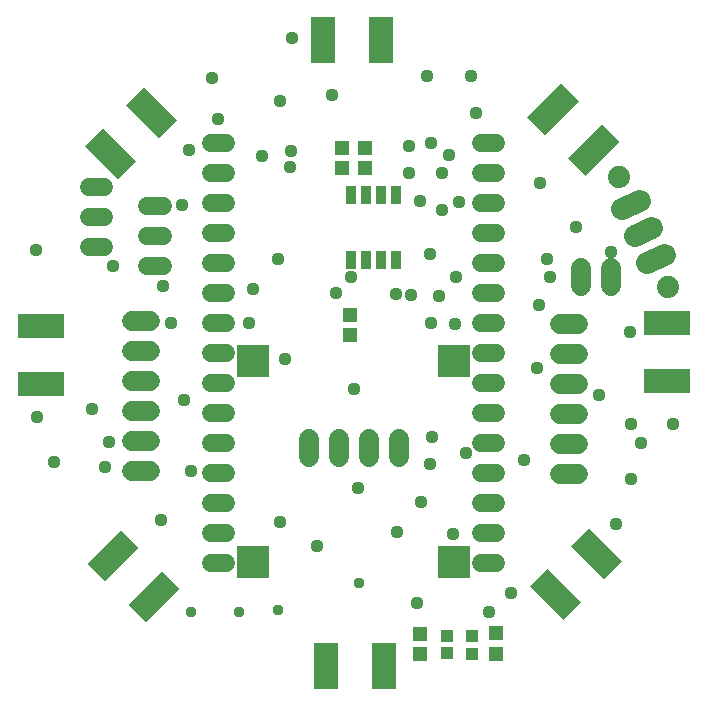
<source format=gts>
G75*
%MOIN*%
%OFA0B0*%
%FSLAX25Y25*%
%IPPOS*%
%LPD*%
%AMOC8*
5,1,8,0,0,1.08239X$1,22.5*
%
%ADD10C,0.06000*%
%ADD11C,0.06800*%
%ADD12R,0.08400X0.15800*%
%ADD13R,0.15800X0.08400*%
%ADD14C,0.05950*%
%ADD15R,0.10800X0.10800*%
%ADD16R,0.03556X0.05918*%
%ADD17R,0.05131X0.04737*%
%ADD18R,0.04737X0.05131*%
%ADD19R,0.03950X0.03950*%
%ADD20C,0.07296*%
%ADD21C,0.07400*%
%ADD22C,0.04400*%
%ADD23C,0.03778*%
D10*
X0052269Y0150482D02*
X0057469Y0150482D01*
X0057469Y0160482D02*
X0052269Y0160482D01*
X0052269Y0170482D02*
X0057469Y0170482D01*
X0038047Y0166645D02*
X0032847Y0166645D01*
X0032847Y0176645D02*
X0038047Y0176645D01*
X0038047Y0156645D02*
X0032847Y0156645D01*
D11*
X0047073Y0132177D02*
X0053073Y0132177D01*
X0053073Y0122177D02*
X0047073Y0122177D01*
X0047073Y0112177D02*
X0053073Y0112177D01*
X0053103Y0102085D02*
X0047103Y0102085D01*
X0047103Y0092085D02*
X0053103Y0092085D01*
X0053103Y0082085D02*
X0047103Y0082085D01*
X0106073Y0086794D02*
X0106073Y0092794D01*
X0116073Y0092794D02*
X0116073Y0086794D01*
X0126073Y0086794D02*
X0126073Y0092794D01*
X0136073Y0092794D02*
X0136073Y0086794D01*
X0189803Y0091235D02*
X0195803Y0091235D01*
X0195803Y0081235D02*
X0189803Y0081235D01*
X0189803Y0101235D02*
X0195803Y0101235D01*
X0195753Y0111263D02*
X0189753Y0111263D01*
X0189753Y0121263D02*
X0195753Y0121263D01*
X0195753Y0131263D02*
X0189753Y0131263D01*
X0196859Y0143889D02*
X0196859Y0149889D01*
X0206859Y0149889D02*
X0206859Y0143889D01*
D12*
X0130216Y0225622D03*
X0110916Y0225622D03*
X0111947Y0016965D03*
X0131247Y0016965D03*
D13*
G36*
X0063042Y0042838D02*
X0051871Y0031667D01*
X0045932Y0037606D01*
X0057103Y0048777D01*
X0063042Y0042838D01*
G37*
G36*
X0049395Y0056485D02*
X0038224Y0045314D01*
X0032285Y0051253D01*
X0043456Y0062424D01*
X0049395Y0056485D01*
G37*
X0016731Y0111108D03*
X0016731Y0130408D03*
G36*
X0042673Y0179342D02*
X0031502Y0190513D01*
X0037441Y0196452D01*
X0048612Y0185281D01*
X0042673Y0179342D01*
G37*
G36*
X0056320Y0192990D02*
X0045149Y0204161D01*
X0051088Y0210100D01*
X0062259Y0198929D01*
X0056320Y0192990D01*
G37*
G36*
X0178955Y0200107D02*
X0190126Y0211278D01*
X0196065Y0205339D01*
X0184894Y0194168D01*
X0178955Y0200107D01*
G37*
G36*
X0192602Y0186460D02*
X0203773Y0197631D01*
X0209712Y0191692D01*
X0198541Y0180521D01*
X0192602Y0186460D01*
G37*
X0225422Y0131459D03*
X0225422Y0112159D03*
G36*
X0199469Y0063215D02*
X0210640Y0052044D01*
X0204701Y0046105D01*
X0193530Y0057276D01*
X0199469Y0063215D01*
G37*
G36*
X0185822Y0049568D02*
X0196993Y0038397D01*
X0191054Y0032458D01*
X0179883Y0043629D01*
X0185822Y0049568D01*
G37*
D14*
X0168583Y0051435D02*
X0163433Y0051435D01*
X0163433Y0061435D02*
X0168583Y0061435D01*
X0168583Y0071435D02*
X0163433Y0071435D01*
X0163433Y0081435D02*
X0168583Y0081435D01*
X0168583Y0091435D02*
X0163433Y0091435D01*
X0163433Y0101435D02*
X0168583Y0101435D01*
X0168583Y0111435D02*
X0163433Y0111435D01*
X0163433Y0121435D02*
X0168583Y0121435D01*
X0168583Y0131435D02*
X0163433Y0131435D01*
X0163433Y0141435D02*
X0168583Y0141435D01*
X0168583Y0151435D02*
X0163433Y0151435D01*
X0163433Y0161435D02*
X0168583Y0161435D01*
X0168583Y0171435D02*
X0163433Y0171435D01*
X0163433Y0181435D02*
X0168583Y0181435D01*
X0168583Y0191435D02*
X0163433Y0191435D01*
X0078583Y0191435D02*
X0073433Y0191435D01*
X0073433Y0181435D02*
X0078583Y0181435D01*
X0078583Y0171435D02*
X0073433Y0171435D01*
X0073433Y0161435D02*
X0078583Y0161435D01*
X0078583Y0151435D02*
X0073433Y0151435D01*
X0073433Y0141435D02*
X0078583Y0141435D01*
X0078583Y0131435D02*
X0073433Y0131435D01*
X0073433Y0121435D02*
X0078583Y0121435D01*
X0078583Y0111435D02*
X0073433Y0111435D01*
X0073433Y0101435D02*
X0078583Y0101435D01*
X0078583Y0091435D02*
X0073433Y0091435D01*
X0073433Y0081435D02*
X0078583Y0081435D01*
X0078583Y0071435D02*
X0073433Y0071435D01*
X0073433Y0061435D02*
X0078583Y0061435D01*
X0078583Y0051435D02*
X0073433Y0051435D01*
D15*
X0087518Y0051654D03*
X0154518Y0051654D03*
X0154518Y0118654D03*
X0087518Y0118654D03*
D16*
X0120081Y0152576D03*
X0125081Y0152576D03*
X0130081Y0152576D03*
X0135081Y0152576D03*
X0135081Y0174230D03*
X0130081Y0174230D03*
X0125081Y0174230D03*
X0120081Y0174230D03*
D17*
X0125022Y0183088D03*
X0125022Y0189781D03*
X0143261Y0027807D03*
X0143261Y0021114D03*
X0168526Y0021277D03*
X0168526Y0027970D03*
D18*
X0119904Y0127576D03*
X0119904Y0134269D03*
X0117345Y0183088D03*
X0117345Y0189781D03*
D19*
X0152082Y0027226D03*
X0152082Y0021320D03*
X0160652Y0021277D03*
X0160652Y0027182D03*
D20*
X0218820Y0151343D02*
X0224754Y0153985D01*
X0220687Y0163120D02*
X0214752Y0160478D01*
X0210685Y0169614D02*
X0216619Y0172256D01*
D21*
X0209585Y0180070D03*
X0225854Y0143528D03*
D22*
X0213211Y0128560D03*
X0202974Y0107497D03*
X0213604Y0097852D03*
X0216754Y0091356D03*
X0227384Y0097655D03*
X0213604Y0079348D03*
X0208683Y0064584D03*
X0177974Y0085844D03*
X0158486Y0088009D03*
X0147266Y0093521D03*
X0146478Y0084466D03*
X0143526Y0071867D03*
X0135652Y0061828D03*
X0122463Y0076395D03*
X0108880Y0057104D03*
X0096478Y0065174D03*
X0066951Y0082104D03*
X0056911Y0065765D03*
X0038211Y0083285D03*
X0039392Y0091946D03*
X0033880Y0102773D03*
X0015573Y0100214D03*
X0021282Y0085253D03*
X0064589Y0105726D03*
X0060061Y0131513D03*
X0057699Y0143915D03*
X0040770Y0150411D03*
X0063998Y0170686D03*
X0066360Y0189190D03*
X0076006Y0199426D03*
X0074037Y0213009D03*
X0096675Y0205529D03*
X0100219Y0188796D03*
X0099825Y0183482D03*
X0090573Y0187025D03*
X0113801Y0207300D03*
X0100612Y0226395D03*
X0139589Y0190371D03*
X0146872Y0191356D03*
X0152778Y0187419D03*
X0150415Y0181513D03*
X0139589Y0181513D03*
X0143132Y0172064D03*
X0150415Y0169111D03*
X0156321Y0171867D03*
X0146478Y0154348D03*
X0155140Y0146671D03*
X0149628Y0140568D03*
X0146872Y0131316D03*
X0154746Y0131119D03*
X0140376Y0140765D03*
X0135061Y0141159D03*
X0120100Y0146671D03*
X0115376Y0141552D03*
X0095888Y0152773D03*
X0087620Y0142930D03*
X0086242Y0131513D03*
X0098250Y0119308D03*
X0121085Y0109466D03*
X0154352Y0061041D03*
X0173644Y0041356D03*
X0166360Y0035056D03*
X0142345Y0038206D03*
X0182108Y0116356D03*
X0182896Y0137615D03*
X0186439Y0146671D03*
X0185652Y0152773D03*
X0195100Y0163600D03*
X0206911Y0155135D03*
X0183093Y0178167D03*
X0161833Y0201592D03*
X0160258Y0213796D03*
X0145494Y0213796D03*
X0015179Y0155922D03*
D23*
X0122935Y0044899D03*
X0095967Y0035647D03*
X0082778Y0035253D03*
X0067030Y0035056D03*
M02*

</source>
